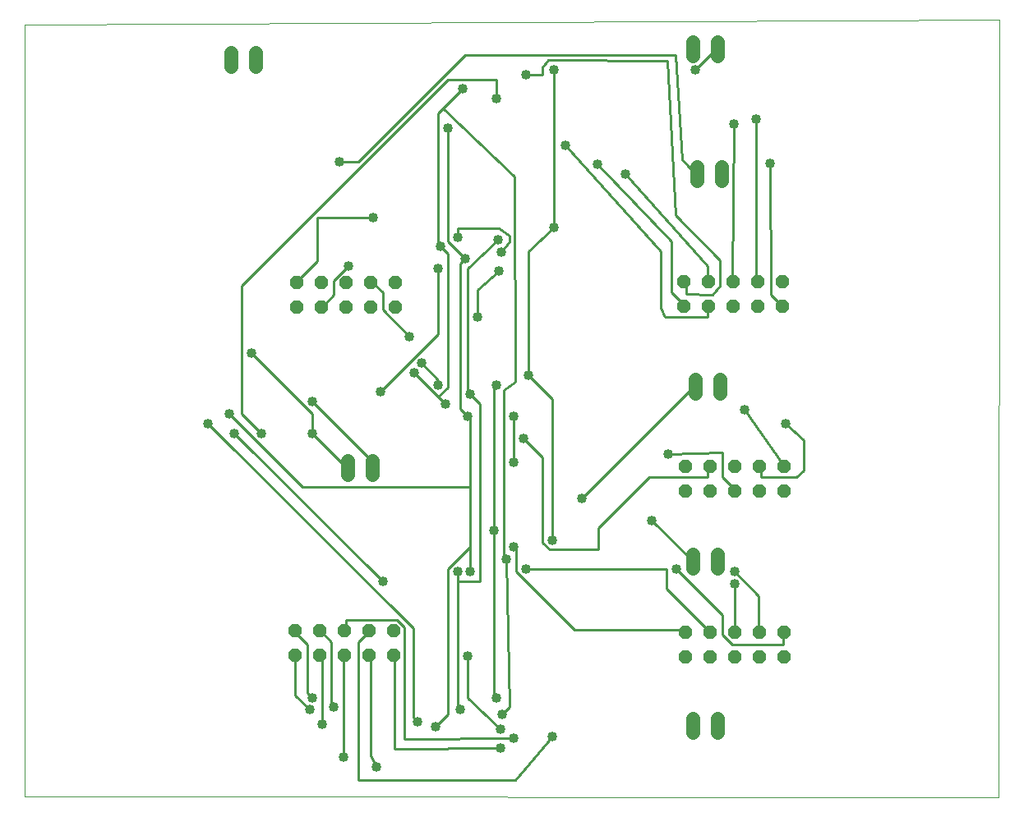
<source format=gbl>
G75*
%MOIN*%
%OFA0B0*%
%FSLAX25Y25*%
%IPPOS*%
%LPD*%
%AMOC8*
5,1,8,0,0,1.08239X$1,22.5*
%
%ADD10C,0.00000*%
%ADD11OC8,0.05600*%
%ADD12C,0.05600*%
%ADD13C,0.01000*%
%ADD14C,0.04000*%
D10*
X0001197Y0035696D02*
X0001000Y0349081D01*
X0396591Y0351207D01*
X0396157Y0035381D01*
X0001197Y0035696D01*
D11*
X0110724Y0093097D03*
X0110724Y0103097D03*
X0120724Y0103097D03*
X0130724Y0103097D03*
X0130724Y0093097D03*
X0120724Y0093097D03*
X0140724Y0093097D03*
X0150724Y0093097D03*
X0150724Y0103097D03*
X0140724Y0103097D03*
X0268953Y0102585D03*
X0268953Y0092585D03*
X0278953Y0092585D03*
X0288953Y0092585D03*
X0298953Y0092585D03*
X0308953Y0092585D03*
X0308953Y0102585D03*
X0298953Y0102585D03*
X0288953Y0102585D03*
X0278953Y0102585D03*
X0279031Y0159948D03*
X0289031Y0159948D03*
X0289031Y0169948D03*
X0279031Y0169948D03*
X0269031Y0169948D03*
X0269031Y0159948D03*
X0299031Y0159948D03*
X0309031Y0159948D03*
X0309031Y0169948D03*
X0299031Y0169948D03*
X0298402Y0234672D03*
X0308402Y0234672D03*
X0308402Y0244672D03*
X0298402Y0244672D03*
X0288402Y0244672D03*
X0278402Y0244672D03*
X0278402Y0234672D03*
X0288402Y0234672D03*
X0268402Y0234672D03*
X0268402Y0244672D03*
X0151551Y0244396D03*
X0151551Y0234396D03*
X0141551Y0234396D03*
X0131551Y0234396D03*
X0121551Y0234396D03*
X0111551Y0234396D03*
X0111551Y0244396D03*
X0121551Y0244396D03*
X0131551Y0244396D03*
X0141551Y0244396D03*
D12*
X0142181Y0172157D02*
X0142181Y0166557D01*
X0132181Y0166557D02*
X0132181Y0172157D01*
X0273047Y0199549D02*
X0273047Y0205149D01*
X0283047Y0205149D02*
X0283047Y0199549D01*
X0282181Y0134204D02*
X0282181Y0128604D01*
X0272181Y0128604D02*
X0272181Y0134204D01*
X0272220Y0067551D02*
X0272220Y0061951D01*
X0282220Y0061951D02*
X0282220Y0067551D01*
X0283756Y0285730D02*
X0283756Y0291330D01*
X0273756Y0291330D02*
X0273756Y0285730D01*
X0272024Y0336518D02*
X0272024Y0342118D01*
X0282024Y0342118D02*
X0282024Y0336518D01*
X0094622Y0337708D02*
X0094622Y0332108D01*
X0084622Y0332108D02*
X0084622Y0337708D01*
D13*
X0128638Y0293491D02*
X0136433Y0293491D01*
X0179740Y0336798D01*
X0265055Y0336877D01*
X0267732Y0294593D01*
X0273244Y0288570D01*
X0273756Y0288530D01*
X0265134Y0271955D02*
X0283165Y0253530D01*
X0283087Y0243294D01*
X0280134Y0239633D01*
X0269307Y0239908D01*
X0269307Y0244278D01*
X0268402Y0244672D01*
X0263402Y0240341D02*
X0268323Y0235420D01*
X0268402Y0234672D01*
X0263402Y0240341D02*
X0263402Y0261011D01*
X0233480Y0292507D01*
X0244701Y0288570D02*
X0278165Y0251168D01*
X0278165Y0245263D01*
X0278402Y0244672D01*
X0288008Y0245263D02*
X0288402Y0244672D01*
X0288008Y0245263D02*
X0288638Y0308924D01*
X0297693Y0310735D02*
X0297850Y0245263D01*
X0298402Y0244672D01*
X0303756Y0239357D02*
X0307693Y0235420D01*
X0308402Y0234672D01*
X0303756Y0239357D02*
X0303480Y0292743D01*
X0265134Y0271955D02*
X0261630Y0334396D01*
X0213362Y0334672D01*
X0211236Y0331877D01*
X0211236Y0328924D01*
X0204346Y0328924D01*
X0215882Y0330932D02*
X0215843Y0266916D01*
X0205331Y0257074D01*
X0205331Y0206877D01*
X0215173Y0197034D01*
X0215173Y0139948D01*
X0214189Y0136011D02*
X0211236Y0138963D01*
X0211236Y0173412D01*
X0203362Y0181286D01*
X0199425Y0190144D02*
X0199425Y0171326D01*
X0181709Y0161601D02*
X0181709Y0189160D01*
X0180724Y0190144D01*
X0177772Y0193097D01*
X0177772Y0252152D01*
X0179740Y0254121D01*
X0172850Y0261011D01*
X0172850Y0307270D01*
X0168913Y0313176D02*
X0168913Y0260026D01*
X0169898Y0259042D01*
X0172850Y0256089D01*
X0172850Y0201955D01*
X0168913Y0198018D01*
X0159071Y0207861D01*
X0162024Y0211798D02*
X0168913Y0204908D01*
X0168913Y0202940D01*
X0168913Y0198018D02*
X0171866Y0195066D01*
X0180724Y0199987D02*
X0181709Y0199003D01*
X0185646Y0195066D01*
X0185646Y0123215D01*
X0176787Y0123215D01*
X0176787Y0072034D01*
X0177772Y0071050D01*
X0172850Y0069081D02*
X0172850Y0128137D01*
X0181709Y0136995D01*
X0181709Y0161601D01*
X0113795Y0161601D01*
X0084268Y0191129D01*
X0089189Y0191129D02*
X0089189Y0243294D01*
X0172850Y0326955D01*
X0192535Y0326955D01*
X0192535Y0319081D01*
X0178756Y0323018D02*
X0170882Y0315144D01*
X0199819Y0287585D01*
X0200252Y0204121D01*
X0195488Y0200971D01*
X0195488Y0133058D01*
X0196472Y0132074D01*
X0197654Y0071995D01*
X0194701Y0069042D01*
X0194031Y0063176D02*
X0180724Y0075971D01*
X0180724Y0092704D01*
X0191551Y0076955D02*
X0191551Y0143885D01*
X0191551Y0201955D01*
X0192535Y0202940D01*
X0180724Y0199987D02*
X0180724Y0250184D01*
X0193244Y0261916D01*
X0193520Y0266365D02*
X0176669Y0266365D01*
X0176787Y0262979D01*
X0168913Y0250184D02*
X0168913Y0223609D01*
X0145291Y0199987D01*
X0157102Y0222625D02*
X0146276Y0233452D01*
X0146276Y0240341D01*
X0142339Y0244278D01*
X0141551Y0244396D01*
X0132496Y0251168D02*
X0126591Y0245263D01*
X0126591Y0239357D01*
X0121669Y0234436D01*
X0121551Y0234396D01*
X0111551Y0244396D02*
X0111827Y0245263D01*
X0119701Y0253137D01*
X0119701Y0270853D01*
X0142339Y0270853D01*
X0184661Y0241326D02*
X0184661Y0230499D01*
X0184661Y0241326D02*
X0193559Y0249200D01*
X0194465Y0256837D02*
X0197693Y0261050D01*
X0197693Y0263452D01*
X0193520Y0266365D01*
X0220409Y0300302D02*
X0258953Y0257270D01*
X0258953Y0234042D01*
X0260764Y0230499D01*
X0278165Y0230499D01*
X0278165Y0234436D01*
X0278402Y0234672D01*
X0273047Y0202349D02*
X0272260Y0201955D01*
X0226984Y0156680D01*
X0233874Y0144869D02*
X0254543Y0165538D01*
X0278165Y0165538D01*
X0278165Y0169475D01*
X0279031Y0169948D01*
X0284071Y0165538D02*
X0288992Y0160617D01*
X0289031Y0159948D01*
X0284071Y0165538D02*
X0284071Y0175381D01*
X0262220Y0174869D01*
X0255528Y0147822D02*
X0271276Y0132074D01*
X0272181Y0131404D01*
X0265370Y0128137D02*
X0284071Y0109436D01*
X0284071Y0101562D01*
X0288008Y0097625D01*
X0308677Y0097625D01*
X0308677Y0102546D01*
X0308953Y0102585D01*
X0298953Y0102585D02*
X0298835Y0103530D01*
X0298835Y0117310D01*
X0288992Y0127152D01*
X0288992Y0122231D02*
X0288992Y0103530D01*
X0288953Y0102585D01*
X0278953Y0102585D02*
X0278165Y0103530D01*
X0261433Y0120263D01*
X0261433Y0128137D01*
X0204346Y0128137D01*
X0200409Y0127152D02*
X0224031Y0103530D01*
X0268323Y0103530D01*
X0268953Y0102585D01*
X0233874Y0136011D02*
X0233874Y0144869D01*
X0233874Y0136011D02*
X0214189Y0136011D01*
X0200409Y0136011D02*
X0200409Y0127152D01*
X0200409Y0136011D02*
X0199425Y0136995D01*
X0181709Y0136995D02*
X0181709Y0127152D01*
X0176787Y0127152D02*
X0176787Y0123215D01*
X0158638Y0104160D02*
X0075409Y0187192D01*
X0086236Y0183255D02*
X0146276Y0123215D01*
X0152181Y0107467D02*
X0131512Y0107467D01*
X0131512Y0103530D01*
X0130724Y0103097D01*
X0125606Y0098609D02*
X0121669Y0102546D01*
X0120724Y0103097D01*
X0125606Y0098609D02*
X0125606Y0073018D01*
X0126591Y0072034D01*
X0121669Y0065144D02*
X0121669Y0092704D01*
X0120724Y0093097D01*
X0115764Y0097625D02*
X0110843Y0102546D01*
X0110724Y0103097D01*
X0115764Y0097625D02*
X0115764Y0077940D01*
X0117732Y0075971D01*
X0116748Y0071050D02*
X0110843Y0076955D01*
X0110843Y0092704D01*
X0110724Y0093097D01*
X0130528Y0092704D02*
X0130724Y0093097D01*
X0130528Y0092704D02*
X0130449Y0051759D01*
X0136276Y0042585D02*
X0136433Y0098609D01*
X0140370Y0102546D01*
X0140724Y0103097D01*
X0140724Y0093097D02*
X0141354Y0092704D01*
X0141354Y0052349D01*
X0143795Y0047704D01*
X0136276Y0042585D02*
X0200252Y0042585D01*
X0215173Y0060223D01*
X0199504Y0059357D02*
X0155134Y0059239D01*
X0155134Y0104515D01*
X0152181Y0107467D01*
X0158638Y0104160D02*
X0158756Y0068097D01*
X0160370Y0066286D01*
X0167850Y0064003D02*
X0172850Y0069081D01*
X0191551Y0076955D02*
X0192535Y0075971D01*
X0194150Y0055381D02*
X0151197Y0055302D01*
X0151197Y0092704D01*
X0150724Y0093097D01*
X0142181Y0169357D02*
X0141354Y0169475D01*
X0141354Y0172428D01*
X0117732Y0196050D01*
X0117732Y0191129D02*
X0117732Y0183255D01*
X0131512Y0169475D01*
X0132181Y0169357D01*
X0117732Y0191129D02*
X0093126Y0215735D01*
X0089189Y0191129D02*
X0097063Y0183255D01*
X0168913Y0313176D02*
X0170882Y0315144D01*
X0273244Y0330892D02*
X0281118Y0338766D01*
X0282024Y0339318D01*
X0293008Y0192979D02*
X0308677Y0170459D01*
X0309031Y0169948D01*
X0314150Y0165341D02*
X0299819Y0165538D01*
X0299819Y0169475D01*
X0299031Y0169948D01*
X0314150Y0165341D02*
X0317102Y0168294D01*
X0317102Y0180578D01*
X0309937Y0187231D01*
D14*
X0309937Y0187231D03*
X0293008Y0192979D03*
X0262220Y0174869D03*
X0255528Y0147822D03*
X0265370Y0128137D03*
X0288992Y0127152D03*
X0288992Y0122231D03*
X0226984Y0156680D03*
X0215173Y0139948D03*
X0204346Y0128137D03*
X0196472Y0132074D03*
X0199425Y0136995D03*
X0191551Y0143885D03*
X0181709Y0127152D03*
X0176787Y0127152D03*
X0146276Y0123215D03*
X0180724Y0092704D03*
X0192535Y0075971D03*
X0194701Y0069042D03*
X0194031Y0063176D03*
X0199504Y0059357D03*
X0194150Y0055381D03*
X0177772Y0071050D03*
X0167850Y0064003D03*
X0160370Y0066286D03*
X0143795Y0047704D03*
X0130449Y0051759D03*
X0121669Y0065144D03*
X0116748Y0071050D03*
X0117732Y0075971D03*
X0126591Y0072034D03*
X0215173Y0060223D03*
X0199425Y0171326D03*
X0203362Y0181286D03*
X0199425Y0190144D03*
X0192535Y0202940D03*
X0181709Y0199003D03*
X0171866Y0195066D03*
X0168913Y0202940D03*
X0159071Y0207861D03*
X0162024Y0211798D03*
X0157102Y0222625D03*
X0145291Y0199987D03*
X0117732Y0196050D03*
X0117732Y0183255D03*
X0097063Y0183255D03*
X0086236Y0183255D03*
X0084268Y0191129D03*
X0075409Y0187192D03*
X0093126Y0215735D03*
X0132496Y0251168D03*
X0142339Y0270853D03*
X0128638Y0293491D03*
X0169898Y0259042D03*
X0176787Y0262979D03*
X0179740Y0254121D03*
X0168913Y0250184D03*
X0193559Y0249200D03*
X0194465Y0256837D03*
X0193244Y0261916D03*
X0215843Y0266916D03*
X0244701Y0288570D03*
X0233480Y0292507D03*
X0220409Y0300302D03*
X0192535Y0319081D03*
X0204346Y0328924D03*
X0215882Y0330932D03*
X0178756Y0323018D03*
X0172850Y0307270D03*
X0184661Y0230499D03*
X0205331Y0206877D03*
X0180724Y0190144D03*
X0303480Y0292743D03*
X0288638Y0308924D03*
X0297693Y0310735D03*
X0273244Y0330892D03*
M02*

</source>
